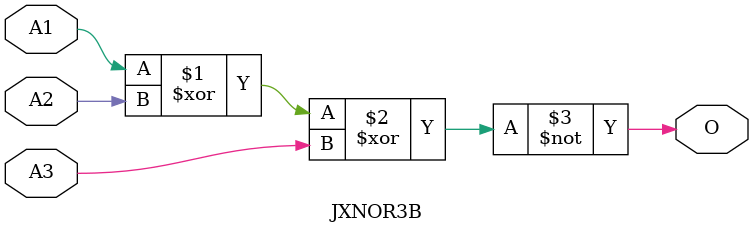
<source format=v>
module JXNOR3B(A1, A2, A3, O);
input   A1;
input   A2;
input   A3;
output  O;
xnor g0(O, A1, A2, A3);
endmodule
</source>
